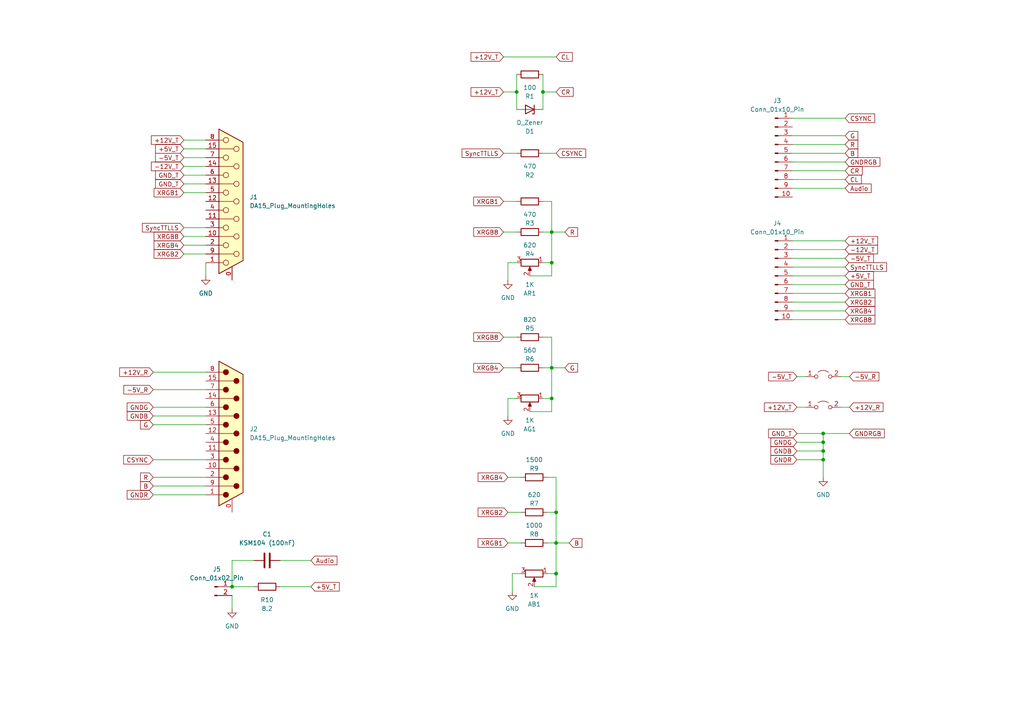
<source format=kicad_sch>
(kicad_sch (version 20230121) (generator eeschema)
  (paper "A4")
  (lib_symbols
    (symbol "Connector:Conn_01x02_Pin" (pin_names (offset 1.016) hide)
      (property "Reference" "J" (at 0 2.54 0))
      (property "Value" "Conn_01x02_Pin" (at 0 -5.08 0))
      (symbol "Conn_01x02_Pin_1_1"
        (polyline (pts (xy 1.27 -2.54) (xy 0.8636 -2.54)) (stroke (width 0.1524)))
        (polyline (pts (xy 1.27 0) (xy 0.8636 0)) (stroke (width 0.1524)))
        (rectangle (start 0.8636 -2.413) (end 0 -2.667) (stroke (width 0.1524)) (fill (type outline)))
        (rectangle (start 0.8636 0.127) (end 0 -0.127) (stroke (width 0.1524)) (fill (type outline)))
        (pin passive line (at 5.08 0 180) (length 3.81) (name "Pin_1") (number "1"))
        (pin passive line (at 5.08 -2.54 180) (length 3.81) (name "Pin_2") (number "2"))
      )
    )
    (symbol "Connector:Conn_01x10_Pin" (pin_names (offset 1.016) hide)
      (property "Reference" "J" (at 0 12.7 0))
      (property "Value" "Conn_01x10_Pin" (at 0 -15.24 0))
      (symbol "Conn_01x10_Pin_1_1"
        (polyline (pts (xy 1.27 -12.7) (xy 0.8636 -12.7)) (stroke (width 0.1524)))
        (polyline (pts (xy 1.27 -10.16) (xy 0.8636 -10.16)) (stroke (width 0.1524)))
        (polyline (pts (xy 1.27 -7.62) (xy 0.8636 -7.62)) (stroke (width 0.1524)))
        (polyline (pts (xy 1.27 -5.08) (xy 0.8636 -5.08)) (stroke (width 0.1524)))
        (polyline (pts (xy 1.27 -2.54) (xy 0.8636 -2.54)) (stroke (width 0.1524)))
        (polyline (pts (xy 1.27 0) (xy 0.8636 0)) (stroke (width 0.1524)))
        (polyline (pts (xy 1.27 2.54) (xy 0.8636 2.54)) (stroke (width 0.1524)))
        (polyline (pts (xy 1.27 5.08) (xy 0.8636 5.08)) (stroke (width 0.1524)))
        (polyline (pts (xy 1.27 7.62) (xy 0.8636 7.62)) (stroke (width 0.1524)))
        (polyline (pts (xy 1.27 10.16) (xy 0.8636 10.16)) (stroke (width 0.1524)))
        (rectangle (start 0.8636 -12.573) (end 0 -12.827) (stroke (width 0.1524)) (fill (type outline)))
        (rectangle (start 0.8636 -10.033) (end 0 -10.287) (stroke (width 0.1524)) (fill (type outline)))
        (rectangle (start 0.8636 -7.493) (end 0 -7.747) (stroke (width 0.1524)) (fill (type outline)))
        (rectangle (start 0.8636 -4.953) (end 0 -5.207) (stroke (width 0.1524)) (fill (type outline)))
        (rectangle (start 0.8636 -2.413) (end 0 -2.667) (stroke (width 0.1524)) (fill (type outline)))
        (rectangle (start 0.8636 0.127) (end 0 -0.127) (stroke (width 0.1524)) (fill (type outline)))
        (rectangle (start 0.8636 2.667) (end 0 2.413) (stroke (width 0.1524)) (fill (type outline)))
        (rectangle (start 0.8636 5.207) (end 0 4.953) (stroke (width 0.1524)) (fill (type outline)))
        (rectangle (start 0.8636 7.747) (end 0 7.493) (stroke (width 0.1524)) (fill (type outline)))
        (rectangle (start 0.8636 10.287) (end 0 10.033) (stroke (width 0.1524)) (fill (type outline)))
        (pin passive line (at 5.08 10.16 180) (length 3.81) (name "Pin_1") (number "1"))
        (pin passive line (at 5.08 -12.7 180) (length 3.81) (name "Pin_10") (number "10"))
        (pin passive line (at 5.08 7.62 180) (length 3.81) (name "Pin_2") (number "2"))
        (pin passive line (at 5.08 5.08 180) (length 3.81) (name "Pin_3") (number "3"))
        (pin passive line (at 5.08 2.54 180) (length 3.81) (name "Pin_4") (number "4"))
        (pin passive line (at 5.08 0 180) (length 3.81) (name "Pin_5") (number "5"))
        (pin passive line (at 5.08 -2.54 180) (length 3.81) (name "Pin_6") (number "6"))
        (pin passive line (at 5.08 -5.08 180) (length 3.81) (name "Pin_7") (number "7"))
        (pin passive line (at 5.08 -7.62 180) (length 3.81) (name "Pin_8") (number "8"))
        (pin passive line (at 5.08 -10.16 180) (length 3.81) (name "Pin_9") (number "9"))
      )
    )
    (symbol "Connector:DA15_Plug_MountingHoles" (pin_names (offset 1.016) hide)
      (property "Reference" "J" (at 0 24.13 0))
      (property "Value" "DA15_Plug_MountingHoles" (at 0 22.225 0))
      (symbol "DA15_Plug_MountingHoles_0_1"
        (circle (center -1.778 -17.78) (radius 0.762) (fill (type outline)))
        (circle (center -1.778 -12.7) (radius 0.762) (fill (type outline)))
        (circle (center -1.778 -7.62) (radius 0.762) (fill (type outline)))
        (circle (center -1.778 -2.54) (radius 0.762) (fill (type outline)))
        (circle (center -1.778 2.54) (radius 0.762) (fill (type outline)))
        (circle (center -1.778 7.62) (radius 0.762) (fill (type outline)))
        (circle (center -1.778 12.7) (radius 0.762) (fill (type outline)))
        (circle (center -1.778 17.78) (radius 0.762) (fill (type outline)))
        (polyline (pts (xy -3.81 -17.78) (xy -2.54 -17.78)))
        (polyline (pts (xy -3.81 -15.24) (xy 0.508 -15.24)))
        (polyline (pts (xy -3.81 -12.7) (xy -2.54 -12.7)))
        (polyline (pts (xy -3.81 -10.16) (xy 0.508 -10.16)))
        (polyline (pts (xy -3.81 -7.62) (xy -2.54 -7.62)))
        (polyline (pts (xy -3.81 -5.08) (xy 0.508 -5.08)))
        (polyline (pts (xy -3.81 -2.54) (xy -2.54 -2.54)))
        (polyline (pts (xy -3.81 0) (xy 0.508 0)))
        (polyline (pts (xy -3.81 2.54) (xy -2.54 2.54)))
        (polyline (pts (xy -3.81 5.08) (xy 0.508 5.08)))
        (polyline (pts (xy -3.81 7.62) (xy -2.54 7.62)))
        (polyline (pts (xy -3.81 10.16) (xy 0.508 10.16)))
        (polyline (pts (xy -3.81 12.7) (xy -2.54 12.7)))
        (polyline (pts (xy -3.81 15.24) (xy 0.508 15.24)))
        (polyline (pts (xy -3.81 17.78) (xy -2.54 17.78)))
        (polyline (pts (xy -3.81 -20.955) (xy 3.175 -17.145) (xy 3.175 17.145) (xy -3.81 20.955) (xy -3.81 -20.955)) (stroke (width 0.254)) (fill (type background)))
        (circle (center 1.27 -15.24) (radius 0.762) (fill (type outline)))
        (circle (center 1.27 -10.16) (radius 0.762) (fill (type outline)))
        (circle (center 1.27 -5.08) (radius 0.762) (fill (type outline)))
        (circle (center 1.27 0) (radius 0.762) (fill (type outline)))
        (circle (center 1.27 5.08) (radius 0.762) (fill (type outline)))
        (circle (center 1.27 10.16) (radius 0.762) (fill (type outline)))
        (circle (center 1.27 15.24) (radius 0.762) (fill (type outline)))
      )
      (symbol "DA15_Plug_MountingHoles_1_1"
        (pin passive line (at 0 -22.86 90) (length 3.81) (name "PAD") (number "0"))
        (pin passive line (at -7.62 -17.78 0) (length 3.81) (name "1") (number "1"))
        (pin passive line (at -7.62 -10.16 0) (length 3.81) (name "P10") (number "10"))
        (pin passive line (at -7.62 -5.08 0) (length 3.81) (name "P111") (number "11"))
        (pin passive line (at -7.62 0 0) (length 3.81) (name "P12") (number "12"))
        (pin passive line (at -7.62 5.08 0) (length 3.81) (name "P13") (number "13"))
        (pin passive line (at -7.62 10.16 0) (length 3.81) (name "P14") (number "14"))
        (pin passive line (at -7.62 15.24 0) (length 3.81) (name "P15") (number "15"))
        (pin passive line (at -7.62 -12.7 0) (length 3.81) (name "2") (number "2"))
        (pin passive line (at -7.62 -7.62 0) (length 3.81) (name "3") (number "3"))
        (pin passive line (at -7.62 -2.54 0) (length 3.81) (name "4") (number "4"))
        (pin passive line (at -7.62 2.54 0) (length 3.81) (name "5") (number "5"))
        (pin passive line (at -7.62 7.62 0) (length 3.81) (name "6") (number "6"))
        (pin passive line (at -7.62 12.7 0) (length 3.81) (name "7") (number "7"))
        (pin passive line (at -7.62 17.78 0) (length 3.81) (name "8") (number "8"))
        (pin passive line (at -7.62 -15.24 0) (length 3.81) (name "P9") (number "9"))
      )
    )
    (symbol "DA15_Receptacle_MountingHoles_1" (pin_names (offset 1.016) hide)
      (property "Reference" "J6" (at 5.08 1.27 0))
      (property "Value" "DA15_Plug_MountingHoles" (at 5.08 -1.27 0))
      (symbol "DA15_Receptacle_MountingHoles_1_0_1"
        (circle (center -1.778 -17.78) (radius 0.762))
        (circle (center -1.778 -12.7) (radius 0.762))
        (circle (center -1.778 -7.62) (radius 0.762))
        (circle (center -1.778 -2.54) (radius 0.762))
        (circle (center -1.778 2.54) (radius 0.762))
        (circle (center -1.778 7.62) (radius 0.762))
        (circle (center -1.778 12.7) (radius 0.762))
        (circle (center -1.778 17.78) (radius 0.762))
        (polyline (pts (xy -3.81 -17.78) (xy -2.54 -17.78)))
        (polyline (pts (xy -3.81 -15.24) (xy 0.508 -15.24)))
        (polyline (pts (xy -3.81 -12.7) (xy -2.54 -12.7)))
        (polyline (pts (xy -3.81 -10.16) (xy 0.508 -10.16)))
        (polyline (pts (xy -3.81 -7.62) (xy -2.54 -7.62)))
        (polyline (pts (xy -3.81 -5.08) (xy 0.508 -5.08)))
        (polyline (pts (xy -3.81 -2.54) (xy -2.54 -2.54)))
        (polyline (pts (xy -3.81 0) (xy 0.508 0)))
        (polyline (pts (xy -3.81 2.54) (xy -2.54 2.54)))
        (polyline (pts (xy -3.81 5.08) (xy 0.508 5.08)))
        (polyline (pts (xy -3.81 7.62) (xy -2.54 7.62)))
        (polyline (pts (xy -3.81 10.16) (xy 0.508 10.16)))
        (polyline (pts (xy -3.81 12.7) (xy -2.54 12.7)))
        (polyline (pts (xy -3.81 15.24) (xy 0.508 15.24)))
        (polyline (pts (xy -3.81 17.78) (xy -2.54 17.78)))
        (polyline (pts (xy -3.81 20.955) (xy 3.175 17.145) (xy 3.175 -17.145) (xy -3.81 -20.955) (xy -3.81 20.955)) (stroke (width 0.254)) (fill (type background)))
        (circle (center 1.27 -15.24) (radius 0.762))
        (circle (center 1.27 -10.16) (radius 0.762))
        (circle (center 1.27 -5.08) (radius 0.762))
        (circle (center 1.27 0) (radius 0.762))
        (circle (center 1.27 5.08) (radius 0.762))
        (circle (center 1.27 10.16) (radius 0.762))
        (circle (center 1.27 15.24) (radius 0.762))
      )
      (symbol "DA15_Receptacle_MountingHoles_1_1_1"
        (pin passive line (at 0 -22.86 90) (length 3.81) (name "PAD") (number "0"))
        (pin passive line (at -7.62 -17.78 0) (length 3.81) (name "1") (number "1"))
        (pin passive line (at -7.62 -10.16 0) (length 3.81) (name "10") (number "10"))
        (pin passive line (at -7.62 -5.08 0) (length 3.81) (name "11") (number "11"))
        (pin passive line (at -7.62 0 0) (length 3.81) (name "12") (number "12"))
        (pin passive line (at -7.62 5.08 0) (length 3.81) (name "13") (number "13"))
        (pin passive line (at -7.62 10.16 0) (length 3.81) (name "14") (number "14"))
        (pin passive line (at -7.62 15.24 0) (length 3.81) (name "15") (number "15"))
        (pin passive line (at -7.62 -12.7 0) (length 3.81) (name "2") (number "2"))
        (pin passive line (at -7.62 -7.62 0) (length 3.81) (name "3") (number "3"))
        (pin passive line (at -7.62 -2.54 0) (length 3.81) (name "4") (number "4"))
        (pin passive line (at -7.62 2.54 0) (length 3.81) (name "5") (number "5"))
        (pin passive line (at -7.62 7.62 0) (length 3.81) (name "6") (number "6"))
        (pin passive line (at -7.62 12.7 0) (length 3.81) (name "7") (number "7"))
        (pin passive line (at -7.62 17.78 0) (length 3.81) (name "8") (number "8"))
        (pin passive line (at -7.62 -15.24 0) (length 3.81) (name "9") (number "9"))
      )
    )
    (symbol "Device:C" (pin_numbers hide) (pin_names (offset 0.254))
      (property "Reference" "C" (at 0.635 2.54 0))
      (property "Value" "C" (at 0.635 -2.54 0))
      (symbol "C_0_1"
        (polyline (pts (xy -2.032 -0.762) (xy 2.032 -0.762)) (stroke (width 0.508)))
        (polyline (pts (xy -2.032 0.762) (xy 2.032 0.762)) (stroke (width 0.508)))
      )
      (symbol "C_1_1"
        (pin passive line (at 0 3.81 270) (length 2.794) (name "~") (number "1"))
        (pin passive line (at 0 -3.81 90) (length 2.794) (name "~") (number "2"))
      )
    )
    (symbol "Device:D_Zener" (pin_numbers hide) (pin_names (offset 1.016) hide)
      (property "Reference" "D" (at 0 2.54 0))
      (property "Value" "D_Zener" (at 0 -2.54 0))
      (symbol "D_Zener_0_1"
        (polyline (pts (xy 1.27 0) (xy -1.27 0)))
        (polyline (pts (xy -1.27 -1.27) (xy -1.27 1.27) (xy -0.762 1.27)) (stroke (width 0.254)))
        (polyline (pts (xy 1.27 -1.27) (xy 1.27 1.27) (xy -1.27 0) (xy 1.27 -1.27)) (stroke (width 0.254)))
      )
      (symbol "D_Zener_1_1"
        (pin passive line (at -3.81 0 0) (length 2.54) (name "K") (number "1"))
        (pin passive line (at 3.81 0 180) (length 2.54) (name "A") (number "2"))
      )
    )
    (symbol "Device:R" (pin_numbers hide) (pin_names (offset 0))
      (property "Reference" "R" (at 2.032 0 90))
      (property "Value" "R" (at 0 0 90))
      (symbol "R_0_1"
        (rectangle (start -1.016 -2.54) (end 1.016 2.54) (stroke (width 0.254)))
      )
      (symbol "R_1_1"
        (pin passive line (at 0 3.81 270) (length 1.27) (name "~") (number "1"))
        (pin passive line (at 0 -3.81 90) (length 1.27) (name "~") (number "2"))
      )
    )
    (symbol "Device:R_Potentiometer" (pin_names (offset 1.016) hide)
      (property "Reference" "RV" (at -4.445 0 90))
      (property "Value" "R_Potentiometer" (at -2.54 0 90))
      (symbol "R_Potentiometer_0_1"
        (polyline (pts (xy 2.54 0) (xy 1.524 0)))
        (polyline (pts (xy 1.143 0) (xy 2.286 0.508) (xy 2.286 -0.508) (xy 1.143 0)) (fill (type outline)))
        (rectangle (start 1.016 2.54) (end -1.016 -2.54) (stroke (width 0.254)))
      )
      (symbol "R_Potentiometer_1_1"
        (pin passive line (at 0 3.81 270) (length 1.27) (name "1") (number "1"))
        (pin passive line (at 3.81 0 180) (length 1.27) (name "2") (number "2"))
        (pin passive line (at 0 -3.81 90) (length 1.27) (name "3") (number "3"))
      )
    )
    (symbol "Jumper:Jumper_2_Open" (pin_names (offset 0) hide)
      (property "Reference" "JP" (at 0 2.794 0))
      (property "Value" "Jumper_2_Open" (at 0 -2.286 0))
      (symbol "Jumper_2_Open_0_0"
        (circle (center -2.032 0) (radius 0.508))
        (circle (center 2.032 0) (radius 0.508))
      )
      (symbol "Jumper_2_Open_0_1"
        (arc (start 1.524 1.27) (mid 0 1.778) (end -1.524 1.27))
      )
      (symbol "Jumper_2_Open_1_1"
        (pin passive line (at -5.08 0 0) (length 2.54) (name "A") (number "1"))
        (pin passive line (at 5.08 0 180) (length 2.54) (name "B") (number "2"))
      )
    )
    (symbol "power:GND" (power) (pin_names (offset 0))
      (property "Value" "GND" (at 0 -3.81 0))
      (symbol "GND_0_1"
        (polyline (pts (xy 0 0) (xy 0 -1.27) (xy 1.27 -1.27) (xy 0 -2.54) (xy -1.27 -1.27) (xy 0 -1.27)))
      )
      (symbol "GND_1_1"
        (pin power_in line (at 0 0 270) (length 0) hide (name "GND") (number "1"))
      )
    )
  )
  (junction (at 67.31 170.18))
  (junction (at 149.86 26.67))
  (junction (at 161.29 157.48))
  (junction (at 160.02 106.68))
  (junction (at 160.02 115.57))
  (junction (at 238.76 128.27))
  (junction (at 238.76 133.35))
  (junction (at 160.02 67.31))
  (junction (at 161.29 148.59))
  (junction (at 161.29 166.37))
  (junction (at 238.76 130.81))
  (junction (at 160.02 76.2))
  (junction (at 238.76 125.73))
  (junction (at 157.48 26.67))
  (wire (pts (xy 238.76 125.73) (xy 246.38 125.73)))
  (wire (pts (xy 229.87 39.37) (xy 245.11 39.37)))
  (wire (pts (xy 161.29 170.18) (xy 161.29 166.37)))
  (wire (pts (xy 154.94 170.18) (xy 161.29 170.18)))
  (wire (pts (xy 53.34 40.64) (xy 59.69 40.64)))
  (wire (pts (xy 147.32 76.2) (xy 147.32 81.28)))
  (wire (pts (xy 147.32 148.59) (xy 151.13 148.59)))
  (wire (pts (xy 53.34 45.72) (xy 59.69 45.72)))
  (wire (pts (xy 229.87 69.85) (xy 245.11 69.85)))
  (wire (pts (xy 231.14 128.27) (xy 238.76 128.27)))
  (wire (pts (xy 231.14 130.81) (xy 238.76 130.81)))
  (wire (pts (xy 229.87 77.47) (xy 245.11 77.47)))
  (wire (pts (xy 146.05 97.79) (xy 149.86 97.79)))
  (wire (pts (xy 160.02 67.31) (xy 163.83 67.31)))
  (wire (pts (xy 243.84 118.11) (xy 246.38 118.11)))
  (wire (pts (xy 44.45 118.11) (xy 59.69 118.11)))
  (wire (pts (xy 146.05 44.45) (xy 149.86 44.45)))
  (wire (pts (xy 53.34 71.12) (xy 59.69 71.12)))
  (wire (pts (xy 157.48 31.75) (xy 157.48 26.67)))
  (wire (pts (xy 67.31 162.56) (xy 73.66 162.56)))
  (wire (pts (xy 67.31 170.18) (xy 73.66 170.18)))
  (wire (pts (xy 161.29 148.59) (xy 161.29 157.48)))
  (wire (pts (xy 157.48 44.45) (xy 161.29 44.45)))
  (wire (pts (xy 146.05 58.42) (xy 149.86 58.42)))
  (wire (pts (xy 160.02 80.01) (xy 160.02 76.2)))
  (wire (pts (xy 53.34 66.04) (xy 59.69 66.04)))
  (wire (pts (xy 158.75 148.59) (xy 161.29 148.59)))
  (wire (pts (xy 160.02 106.68) (xy 160.02 115.57)))
  (wire (pts (xy 229.87 46.99) (xy 245.11 46.99)))
  (wire (pts (xy 53.34 48.26) (xy 59.69 48.26)))
  (wire (pts (xy 161.29 157.48) (xy 161.29 166.37)))
  (wire (pts (xy 229.87 72.39) (xy 245.11 72.39)))
  (wire (pts (xy 53.34 43.18) (xy 59.69 43.18)))
  (wire (pts (xy 160.02 67.31) (xy 160.02 76.2)))
  (wire (pts (xy 229.87 92.71) (xy 245.11 92.71)))
  (wire (pts (xy 81.28 162.56) (xy 90.17 162.56)))
  (wire (pts (xy 229.87 74.93) (xy 245.11 74.93)))
  (wire (pts (xy 148.59 166.37) (xy 148.59 171.45)))
  (wire (pts (xy 160.02 97.79) (xy 160.02 106.68)))
  (wire (pts (xy 229.87 44.45) (xy 245.11 44.45)))
  (wire (pts (xy 160.02 106.68) (xy 157.48 106.68)))
  (wire (pts (xy 146.05 106.68) (xy 149.86 106.68)))
  (wire (pts (xy 67.31 172.72) (xy 67.31 176.53)))
  (wire (pts (xy 44.45 113.03) (xy 59.69 113.03)))
  (wire (pts (xy 158.75 138.43) (xy 161.29 138.43)))
  (wire (pts (xy 157.48 58.42) (xy 160.02 58.42)))
  (wire (pts (xy 229.87 90.17) (xy 245.11 90.17)))
  (wire (pts (xy 160.02 58.42) (xy 160.02 67.31)))
  (wire (pts (xy 153.67 80.01) (xy 160.02 80.01)))
  (wire (pts (xy 147.32 115.57) (xy 147.32 120.65)))
  (wire (pts (xy 44.45 123.19) (xy 59.69 123.19)))
  (wire (pts (xy 231.14 109.22) (xy 233.68 109.22)))
  (wire (pts (xy 44.45 143.51) (xy 59.69 143.51)))
  (wire (pts (xy 160.02 67.31) (xy 157.48 67.31)))
  (wire (pts (xy 67.31 170.18) (xy 67.31 162.56)))
  (wire (pts (xy 81.28 170.18) (xy 90.17 170.18)))
  (wire (pts (xy 229.87 85.09) (xy 245.11 85.09)))
  (wire (pts (xy 157.48 26.67) (xy 161.29 26.67)))
  (wire (pts (xy 238.76 128.27) (xy 238.76 125.73)))
  (wire (pts (xy 229.87 87.63) (xy 245.11 87.63)))
  (wire (pts (xy 238.76 133.35) (xy 238.76 138.43)))
  (wire (pts (xy 147.32 138.43) (xy 151.13 138.43)))
  (wire (pts (xy 160.02 119.38) (xy 160.02 115.57)))
  (wire (pts (xy 147.32 76.2) (xy 149.86 76.2)))
  (wire (pts (xy 53.34 73.66) (xy 59.69 73.66)))
  (wire (pts (xy 157.48 97.79) (xy 160.02 97.79)))
  (wire (pts (xy 161.29 166.37) (xy 158.75 166.37)))
  (wire (pts (xy 229.87 34.29) (xy 245.11 34.29)))
  (wire (pts (xy 229.87 80.01) (xy 245.11 80.01)))
  (wire (pts (xy 243.84 109.22) (xy 246.38 109.22)))
  (wire (pts (xy 161.29 157.48) (xy 165.1 157.48)))
  (wire (pts (xy 231.14 125.73) (xy 238.76 125.73)))
  (wire (pts (xy 229.87 54.61) (xy 245.11 54.61)))
  (wire (pts (xy 147.32 115.57) (xy 149.86 115.57)))
  (wire (pts (xy 147.32 157.48) (xy 151.13 157.48)))
  (wire (pts (xy 44.45 138.43) (xy 59.69 138.43)))
  (wire (pts (xy 44.45 140.97) (xy 59.69 140.97)))
  (wire (pts (xy 238.76 133.35) (xy 238.76 130.81)))
  (wire (pts (xy 157.48 26.67) (xy 157.48 21.59)))
  (wire (pts (xy 44.45 107.95) (xy 59.69 107.95)))
  (wire (pts (xy 149.86 31.75) (xy 149.86 26.67)))
  (wire (pts (xy 59.69 76.2) (xy 59.69 80.01)))
  (wire (pts (xy 238.76 130.81) (xy 238.76 128.27)))
  (wire (pts (xy 231.14 133.35) (xy 238.76 133.35)))
  (wire (pts (xy 161.29 138.43) (xy 161.29 148.59)))
  (wire (pts (xy 229.87 82.55) (xy 245.11 82.55)))
  (wire (pts (xy 153.67 119.38) (xy 160.02 119.38)))
  (wire (pts (xy 146.05 26.67) (xy 149.86 26.67)))
  (wire (pts (xy 161.29 157.48) (xy 158.75 157.48)))
  (wire (pts (xy 229.87 41.91) (xy 245.11 41.91)))
  (wire (pts (xy 160.02 106.68) (xy 163.83 106.68)))
  (wire (pts (xy 53.34 68.58) (xy 59.69 68.58)))
  (wire (pts (xy 229.87 49.53) (xy 245.11 49.53)))
  (wire (pts (xy 160.02 76.2) (xy 157.48 76.2)))
  (wire (pts (xy 160.02 115.57) (xy 157.48 115.57)))
  (wire (pts (xy 44.45 133.35) (xy 59.69 133.35)))
  (wire (pts (xy 149.86 26.67) (xy 149.86 21.59)))
  (wire (pts (xy 146.05 16.51) (xy 161.29 16.51)))
  (wire (pts (xy 44.45 120.65) (xy 59.69 120.65)))
  (wire (pts (xy 148.59 166.37) (xy 151.13 166.37)))
  (wire (pts (xy 53.34 53.34) (xy 59.69 53.34)))
  (wire (pts (xy 231.14 118.11) (xy 233.68 118.11)))
  (wire (pts (xy 146.05 67.31) (xy 149.86 67.31)))
  (wire (pts (xy 53.34 50.8) (xy 59.69 50.8)))
  (wire (pts (xy 229.87 52.07) (xy 245.11 52.07)))
  (wire (pts (xy 53.34 55.88) (xy 59.69 55.88)))
  (global_label "XRGB1" (shape input) (at 53.34 55.88 180) (property "Intersheetrefs" "${INTERSHEET_REFS}" (effects hide)))
  (global_label "GND_T" (shape input) (at 245.11 82.55 0) (property "Intersheetrefs" "${INTERSHEET_REFS}" (effects hide)))
  (global_label "-5V_T" (shape input) (at 53.34 45.72 180) (property "Intersheetrefs" "${INTERSHEET_REFS}" (effects hide)))
  (global_label "CSYNC" (shape input) (at 245.11 34.29 0) (property "Intersheetrefs" "${INTERSHEET_REFS}" (effects hide)))
  (global_label "+12V_T" (shape input) (at 245.11 69.85 0) (property "Intersheetrefs" "${INTERSHEET_REFS}" (effects hide)))
  (global_label "GNDRGB" (shape input) (at 245.11 46.99 0) (property "Intersheetrefs" "${INTERSHEET_REFS}" (effects hide)))
  (global_label "XRGB8" (shape input) (at 245.11 92.71 0) (property "Intersheetrefs" "${INTERSHEET_REFS}" (effects hide)))
  (global_label "R" (shape input) (at 245.11 41.91 0) (property "Intersheetrefs" "${INTERSHEET_REFS}" (effects hide)))
  (global_label "-12V_T" (shape input) (at 53.34 48.26 180) (property "Intersheetrefs" "${INTERSHEET_REFS}" (effects hide)))
  (global_label "+12V_R" (shape input) (at 44.45 107.95 180) (property "Intersheetrefs" "${INTERSHEET_REFS}" (effects hide)))
  (global_label "GNDB" (shape input) (at 231.14 130.81 180) (property "Intersheetrefs" "${INTERSHEET_REFS}" (effects hide)))
  (global_label "GNDRGB" (shape input) (at 246.38 125.73 0) (property "Intersheetrefs" "${INTERSHEET_REFS}" (effects hide)))
  (global_label "SyncTTLLS" (shape input) (at 53.34 66.04 180) (property "Intersheetrefs" "${INTERSHEET_REFS}" (effects hide)))
  (global_label "GND_T" (shape input) (at 231.14 125.73 180) (property "Intersheetrefs" "${INTERSHEET_REFS}" (effects hide)))
  (global_label "XRGB4" (shape input) (at 146.05 106.68 180) (property "Intersheetrefs" "${INTERSHEET_REFS}" (effects hide)))
  (global_label "XRGB8" (shape input) (at 53.34 68.58 180) (property "Intersheetrefs" "${INTERSHEET_REFS}" (effects hide)))
  (global_label "+12V_T" (shape input) (at 231.14 118.11 180) (property "Intersheetrefs" "${INTERSHEET_REFS}" (effects hide)))
  (global_label "G" (shape input) (at 163.83 106.68 0) (property "Intersheetrefs" "${INTERSHEET_REFS}" (effects hide)))
  (global_label "-5V_R" (shape input) (at 44.45 113.03 180) (property "Intersheetrefs" "${INTERSHEET_REFS}" (effects hide)))
  (global_label "+12V_T" (shape input) (at 53.34 40.64 180) (property "Intersheetrefs" "${INTERSHEET_REFS}" (effects hide)))
  (global_label "+5V_T" (shape input) (at 245.11 80.01 0) (property "Intersheetrefs" "${INTERSHEET_REFS}" (effects hide)))
  (global_label "CSYNC" (shape input) (at 44.45 133.35 180) (property "Intersheetrefs" "${INTERSHEET_REFS}" (effects hide)))
  (global_label "GNDB" (shape input) (at 44.45 120.65 180) (property "Intersheetrefs" "${INTERSHEET_REFS}" (effects hide)))
  (global_label "B" (shape input) (at 44.45 140.97 180) (property "Intersheetrefs" "${INTERSHEET_REFS}" (effects hide)))
  (global_label "Audio" (shape input) (at 90.17 162.56 0) (property "Intersheetrefs" "${INTERSHEET_REFS}" (effects hide)))
  (global_label "-12V_T" (shape input) (at 245.11 72.39 0) (property "Intersheetrefs" "${INTERSHEET_REFS}" (effects hide)))
  (global_label "XRGB4" (shape input) (at 245.11 90.17 0) (property "Intersheetrefs" "${INTERSHEET_REFS}" (effects hide)))
  (global_label "XRGB1" (shape input) (at 245.11 85.09 0) (property "Intersheetrefs" "${INTERSHEET_REFS}" (effects hide)))
  (global_label "SyncTTLLS" (shape input) (at 245.11 77.47 0) (property "Intersheetrefs" "${INTERSHEET_REFS}" (effects hide)))
  (global_label "CR" (shape input) (at 245.11 49.53 0) (property "Intersheetrefs" "${INTERSHEET_REFS}" (effects hide)))
  (global_label "+12V_T" (shape input) (at 146.05 26.67 180) (property "Intersheetrefs" "${INTERSHEET_REFS}" (effects hide)))
  (global_label "Audio" (shape input) (at 245.11 54.61 0) (property "Intersheetrefs" "${INTERSHEET_REFS}" (effects hide)))
  (global_label "+12V_R" (shape input) (at 246.38 118.11 0) (property "Intersheetrefs" "${INTERSHEET_REFS}" (effects hide)))
  (global_label "CL" (shape input) (at 245.11 52.07 0) (property "Intersheetrefs" "${INTERSHEET_REFS}" (effects hide)))
  (global_label "B" (shape input) (at 165.1 157.48 0) (property "Intersheetrefs" "${INTERSHEET_REFS}" (effects hide)))
  (global_label "GND_T" (shape input) (at 53.34 50.8 180) (property "Intersheetrefs" "${INTERSHEET_REFS}" (effects hide)))
  (global_label "+5V_T" (shape input) (at 90.17 170.18 0) (property "Intersheetrefs" "${INTERSHEET_REFS}" (effects hide)))
  (global_label "XRGB2" (shape input) (at 147.32 148.59 180) (property "Intersheetrefs" "${INTERSHEET_REFS}" (effects hide)))
  (global_label "B" (shape input) (at 245.11 44.45 0) (property "Intersheetrefs" "${INTERSHEET_REFS}" (effects hide)))
  (global_label "XRGB4" (shape input) (at 53.34 71.12 180) (property "Intersheetrefs" "${INTERSHEET_REFS}" (effects hide)))
  (global_label "GNDG" (shape input) (at 231.14 128.27 180) (property "Intersheetrefs" "${INTERSHEET_REFS}" (effects hide)))
  (global_label "GNDG" (shape input) (at 44.45 118.11 180) (property "Intersheetrefs" "${INTERSHEET_REFS}" (effects hide)))
  (global_label "XRGB8" (shape input) (at 146.05 97.79 180) (property "Intersheetrefs" "${INTERSHEET_REFS}" (effects hide)))
  (global_label "-5V_T" (shape input) (at 231.14 109.22 180) (property "Intersheetrefs" "${INTERSHEET_REFS}" (effects hide)))
  (global_label "XRGB2" (shape input) (at 53.34 73.66 180) (property "Intersheetrefs" "${INTERSHEET_REFS}" (effects hide)))
  (global_label "CL" (shape input) (at 161.29 16.51 0) (property "Intersheetrefs" "${INTERSHEET_REFS}" (effects hide)))
  (global_label "R" (shape input) (at 163.83 67.31 0) (property "Intersheetrefs" "${INTERSHEET_REFS}" (effects hide)))
  (global_label "-5V_T" (shape input) (at 245.11 74.93 0) (property "Intersheetrefs" "${INTERSHEET_REFS}" (effects hide)))
  (global_label "GND_T" (shape input) (at 53.34 53.34 180) (property "Intersheetrefs" "${INTERSHEET_REFS}" (effects hide)))
  (global_label "XRGB2" (shape input) (at 245.11 87.63 0) (property "Intersheetrefs" "${INTERSHEET_REFS}" (effects hide)))
  (global_label "GNDR" (shape input) (at 44.45 143.51 180) (property "Intersheetrefs" "${INTERSHEET_REFS}" (effects hide)))
  (global_label "XRGB8" (shape input) (at 146.05 67.31 180) (property "Intersheetrefs" "${INTERSHEET_REFS}" (effects hide)))
  (global_label "G" (shape input) (at 44.45 123.19 180) (property "Intersheetrefs" "${INTERSHEET_REFS}" (effects hide)))
  (global_label "R" (shape input) (at 44.45 138.43 180) (property "Intersheetrefs" "${INTERSHEET_REFS}" (effects hide)))
  (global_label "XRGB1" (shape input) (at 147.32 157.48 180) (property "Intersheetrefs" "${INTERSHEET_REFS}" (effects hide)))
  (global_label "GNDR" (shape input) (at 231.14 133.35 180) (property "Intersheetrefs" "${INTERSHEET_REFS}" (effects hide)))
  (global_label "XRGB4" (shape input) (at 147.32 138.43 180) (property "Intersheetrefs" "${INTERSHEET_REFS}" (effects hide)))
  (global_label "CSYNC" (shape input) (at 161.29 44.45 0) (property "Intersheetrefs" "${INTERSHEET_REFS}" (effects hide)))
  (global_label "G" (shape input) (at 245.11 39.37 0) (property "Intersheetrefs" "${INTERSHEET_REFS}" (effects hide)))
  (global_label "+12V_T" (shape input) (at 146.05 16.51 180) (property "Intersheetrefs" "${INTERSHEET_REFS}" (effects hide)))
  (global_label "+5V_T" (shape input) (at 53.34 43.18 180) (property "Intersheetrefs" "${INTERSHEET_REFS}" (effects hide)))
  (global_label "CR" (shape input) (at 161.29 26.67 0) (property "Intersheetrefs" "${INTERSHEET_REFS}" (effects hide)))
  (global_label "XRGB1" (shape input) (at 146.05 58.42 180) (property "Intersheetrefs" "${INTERSHEET_REFS}" (effects hide)))
  (global_label "SyncTTLLS" (shape input) (at 146.05 44.45 180) (property "Intersheetrefs" "${INTERSHEET_REFS}" (effects hide)))
  (global_label "-5V_R" (shape input) (at 246.38 109.22 0) (property "Intersheetrefs" "${INTERSHEET_REFS}" (effects hide)))
  (symbol (lib_id "Device:R_Potentiometer") (at 153.67 76.2 270) (unit 1)
    (property "Reference" "AR1" (at 153.67 85.09 90))
    (property "Value" "1K" (at 153.67 82.55 90))
    (property "Footprint" "Potentiometer_THT:Potentiometer_Piher_PT-10-V10_Vertical" (effects hide))
  )
  (symbol (lib_id "power:GND") (at 59.69 80.01 0) (unit 1)
    (property "Reference" "#PWR06" (effects hide))
    (property "Value" "GND" (at 59.69 85.09 0))
  )
  (symbol (lib_id "Connector:DA15_Plug_MountingHoles") (at 67.31 125.73 0) (unit 1)
    (property "Reference" "J2" (at 72.39 124.46 0) (effects (justify left)))
    (property "Value" "DA15_Plug_MountingHoles" (at 72.39 127 0) (effects (justify left)))
    (property "Footprint" "Connector_Dsub:DSUB-15_Female_EdgeMount_P2.77mm" (effects hide))
    (property "Datasheet" " ~" (effects hide))
  )
  (symbol (lib_id "Device:R") (at 154.94 157.48 90) (unit 1)
    (property "Reference" "R8" (at 154.94 154.94 90))
    (property "Value" "1000" (at 154.94 152.4 90))
    (property "Footprint" "Resistor_THT:R_Axial_DIN0309_L9.0mm_D3.2mm_P12.70mm_Horizontal" (effects hide))
  )
  (symbol (lib_id "power:GND") (at 67.31 176.53 0) (unit 1)
    (property "Reference" "#PWR05" (effects hide))
    (property "Value" "GND" (at 67.31 181.61 0))
  )
  (symbol (lib_id "Device:R") (at 153.67 67.31 90) (unit 1)
    (property "Reference" "R4" (at 153.67 73.66 90))
    (property "Value" "620" (at 153.67 71.12 90))
    (property "Footprint" "Resistor_THT:R_Axial_DIN0309_L9.0mm_D3.2mm_P12.70mm_Horizontal" (effects hide))
  )
  (symbol (lib_id "Device:D_Zener") (at 153.67 31.75 180) (unit 1)
    (property "Reference" "D1" (at 153.67 38.1 0))
    (property "Value" "D_Zener" (at 153.67 35.56 0))
    (property "Footprint" "Diode_THT:D_DO-34_SOD68_P10.16mm_Horizontal" (effects hide))
  )
  (symbol (lib_id "Device:R_Potentiometer") (at 153.67 115.57 270) (unit 1)
    (property "Reference" "AG1" (at 153.67 124.46 90))
    (property "Value" "1K" (at 153.67 121.92 90))
    (property "Footprint" "Potentiometer_THT:Potentiometer_Piher_PT-10-V10_Vertical" (effects hide))
  )
  (symbol (lib_id "Jumper:Jumper_2_Open") (at 238.76 109.22 0) (unit 1)
    (property "Reference" "JP1" (effects hide))
    (property "Value" "Jumper_2_Open" (effects hide))
    (property "Footprint" "Jumper:SolderJumper-2_P1.3mm_Open_TrianglePad1.0x1.5mm" (effects hide))
  )
  (symbol (lib_id "Device:R") (at 153.67 44.45 90) (unit 1)
    (property "Reference" "R2" (at 153.67 50.8 90))
    (property "Value" "470" (at 153.67 48.26 90))
    (property "Footprint" "Resistor_THT:R_Axial_DIN0309_L9.0mm_D3.2mm_P12.70mm_Horizontal" (effects hide))
  )
  (symbol (lib_id "power:GND") (at 147.32 81.28 0) (unit 1)
    (property "Reference" "#PWR02" (effects hide))
    (property "Value" "GND" (at 147.32 86.36 0))
  )
  (symbol (lib_id "Device:R") (at 153.67 106.68 90) (unit 1)
    (property "Reference" "R6" (at 153.67 104.14 90))
    (property "Value" "560" (at 153.67 101.6 90))
    (property "Footprint" "Resistor_THT:R_Axial_DIN0309_L9.0mm_D3.2mm_P12.70mm_Horizontal" (effects hide))
  )
  (symbol (lib_id "Device:R") (at 153.67 97.79 90) (unit 1)
    (property "Reference" "R5" (at 153.67 95.25 90))
    (property "Value" "820" (at 153.67 92.71 90))
    (property "Footprint" "Resistor_THT:R_Axial_DIN0309_L9.0mm_D3.2mm_P12.70mm_Horizontal" (effects hide))
  )
  (symbol (lib_id "Connector:Conn_01x10_Pin") (at 224.79 44.45 0) (unit 1)
    (property "Reference" "J3" (at 225.425 29.21 0))
    (property "Value" "Conn_01x10_Pin" (at 225.425 31.75 0))
    (property "Footprint" "Connector_PinHeader_2.54mm:PinHeader_1x10_P2.54mm_Vertical" (effects hide))
  )
  (symbol (lib_id "Device:C") (at 77.47 162.56 270) (unit 1)
    (property "Reference" "C1" (at 77.47 154.94 90))
    (property "Value" "KSM104 (100nF)" (at 77.47 157.48 90))
    (property "Footprint" "Capacitor_THT:C_Disc_D4.3mm_W1.9mm_P5.00mm" (effects hide))
  )
  (symbol (lib_id "Device:R") (at 154.94 148.59 90) (unit 1)
    (property "Reference" "R7" (at 154.94 146.05 90))
    (property "Value" "620" (at 154.94 143.51 90))
    (property "Footprint" "Resistor_THT:R_Axial_DIN0309_L9.0mm_D3.2mm_P12.70mm_Horizontal" (effects hide))
  )
  (symbol (lib_id "Device:R_Potentiometer") (at 154.94 166.37 270) (unit 1)
    (property "Reference" "AB1" (at 154.94 175.26 90))
    (property "Value" "1K" (at 154.94 172.72 90))
    (property "Footprint" "Potentiometer_THT:Potentiometer_Piher_PT-10-V10_Vertical" (effects hide))
  )
  (symbol (lib_name "DA15_Receptacle_MountingHoles_1") (lib_id "Connector:DA15_Receptacle_MountingHoles") (at 67.31 58.42 0) (unit 1)
    (property "Reference" "J1" (at 72.39 57.15 0) (effects (justify left)))
    (property "Value" "DA15_Plug_MountingHoles" (at 72.39 59.69 0) (effects (justify left)))
    (property "Footprint" "Connector_Dsub:DSUB-15_Male_EdgeMount_P2.77mm" (effects hide))
    (property "Datasheet" " ~" (effects hide))
  )
  (symbol (lib_id "Jumper:Jumper_2_Open") (at 238.76 118.11 0) (unit 1)
    (property "Reference" "JP2" (effects hide))
    (property "Value" "Jumper_2_Open" (effects hide))
    (property "Footprint" "Jumper:SolderJumper-2_P1.3mm_Open_TrianglePad1.0x1.5mm" (effects hide))
  )
  (symbol (lib_id "power:GND") (at 147.32 120.65 0) (unit 1)
    (property "Reference" "#PWR03" (effects hide))
    (property "Value" "GND" (at 147.32 125.73 0))
  )
  (symbol (lib_id "Device:R") (at 153.67 21.59 90) (unit 1)
    (property "Reference" "R1" (at 153.67 27.94 90))
    (property "Value" "100" (at 153.67 25.4 90))
    (property "Footprint" "Resistor_THT:R_Axial_DIN0309_L9.0mm_D3.2mm_P12.70mm_Horizontal" (effects hide))
  )
  (symbol (lib_id "Device:R") (at 77.47 170.18 90) (unit 1)
    (property "Reference" "R10" (at 77.47 173.99 90))
    (property "Value" "8.2" (at 77.47 176.53 90))
    (property "Footprint" "Resistor_THT:R_Axial_DIN0309_L9.0mm_D3.2mm_P12.70mm_Horizontal" (effects hide))
  )
  (symbol (lib_id "Device:R") (at 154.94 138.43 90) (unit 1)
    (property "Reference" "R9" (at 154.94 135.89 90))
    (property "Value" "1500" (at 154.94 133.35 90))
    (property "Footprint" "Resistor_THT:R_Axial_DIN0309_L9.0mm_D3.2mm_P12.70mm_Horizontal" (effects hide))
  )
  (symbol (lib_id "Connector:Conn_01x10_Pin") (at 224.79 80.01 0) (unit 1)
    (property "Reference" "J4" (at 225.425 64.77 0))
    (property "Value" "Conn_01x10_Pin" (at 225.425 67.31 0))
    (property "Footprint" "Connector_PinHeader_2.54mm:PinHeader_1x10_P2.54mm_Vertical" (effects hide))
  )
  (symbol (lib_id "Device:R") (at 153.67 58.42 90) (unit 1)
    (property "Reference" "R3" (at 153.67 64.77 90))
    (property "Value" "470" (at 153.67 62.23 90))
    (property "Footprint" "Resistor_THT:R_Axial_DIN0309_L9.0mm_D3.2mm_P12.70mm_Horizontal" (effects hide))
  )
  (symbol (lib_id "power:GND") (at 238.76 138.43 0) (unit 1)
    (property "Reference" "#PWR01" (effects hide))
    (property "Value" "GND" (at 238.76 143.51 0))
  )
  (symbol (lib_id "power:GND") (at 148.59 171.45 0) (unit 1)
    (property "Reference" "#PWR04" (effects hide))
    (property "Value" "GND" (at 148.59 176.53 0))
  )
  (symbol (lib_id "Connector:Conn_01x02_Pin") (at 62.23 170.18 0) (unit 1)
    (property "Reference" "J5" (at 62.865 165.1 0))
    (property "Value" "Conn_01x02_Pin" (at 62.865 167.64 0))
    (property "Footprint" "Connector_PinHeader_2.54mm:PinHeader_1x02_P2.54mm_Vertical" (effects hide))
  )
)
</source>
